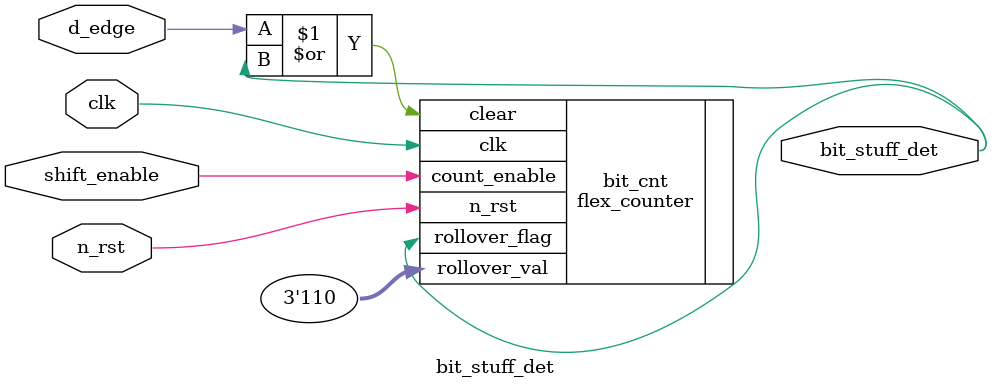
<source format=sv>

module bit_stuff_det (
	input clk, n_rst, d_edge, shift_enable,
	output bit_stuff_det
);

flex_counter #(.NUM_CNT_BITS(3)) bit_cnt (
	.clk(clk), .n_rst(n_rst),
	.clear(d_edge | bit_stuff_det),
	.count_enable(shift_enable),
	.rollover_val(3'd6),
	.rollover_flag(bit_stuff_det)
);

endmodule

</source>
